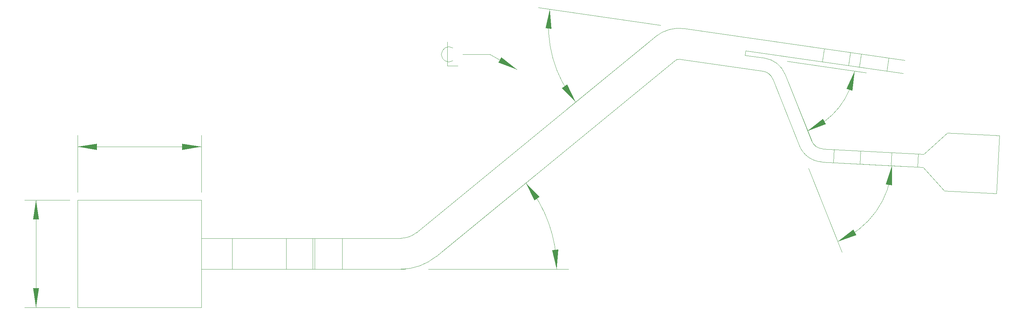
<source format=gbr>
*
G4_C Author: OrCAD GerbTool(tm) 8.1.1 Wed Jun 18 21:21:11 2003*
%LPD*%
%FSLAX34Y34*%
%MOIN*%
%AD*%
%ADD10R,0.050000X0.050000*%
%ADD11C,0.006000*%
%ADD12C,0.019000*%
%ADD13C,0.007900*%
%ADD14C,0.005000*%
%ADD15C,0.000800*%
%ADD16R,0.070000X0.025000*%
%ADD17R,0.068000X0.023000*%
%ADD18C,0.006000*%
%ADD19C,0.009800*%
%ADD20C,0.010000*%
%ADD21C,0.030000*%
%ADD22C,0.060000*%
%ADD23C,0.035000*%
%ADD24C,0.055000*%
%ADD25C,0.010000*%
%ADD26C,0.015000*%
%ADD27C,0.020000*%
%ADD28C,0.005920*%
%ADD29C,0.207760*%
%ADD30C,0.062980*%
%ADD55C,0.001000*%
G4_C OrCAD GerbTool Tool List *
G54D55*
G1X12598Y11731D2*
G1X12598Y17538D1*
G1X0Y11731D2*
G1X0Y17538D1*
G1X12598Y16357D2*
G1X6299Y16357D1*
G1X0Y16357D1*
G36*
G54D55*
G1X10630Y16042D2*
G1X12598Y16357D1*
G1X10630Y16672D1*
G1X10630Y16042D1*
G54D55*
G1X1968Y16672D2*
G1X0Y16357D1*
G1X1968Y16042D1*
G1X1968Y16672D1*
G37*
G1X-788Y10944D2*
G1X-5415Y10944D1*
G1X-788Y-1D2*
G1X-5415Y-1D1*
G1X-4234Y10944D2*
G1X-4234Y5471D1*
G1X-4234Y-1D1*
G36*
G54D55*
G1X-3919Y8975D2*
G1X-4234Y10944D1*
G1X-4549Y8975D1*
G1X-3919Y8975D1*
G54D55*
G1X-4549Y1967D2*
G1X-4234Y-1D1*
G1X-3919Y1967D1*
G1X-4549Y1967D1*
G37*
G1X35700Y3896D2*
G1X49949Y3896D1*
G1X37078Y5672D2*
G1X46541Y13429D1*
G1X48768Y3896D2*
G75*
G3X47959Y8561I-13855J0D1*
G3X45628Y12680I-13047J-4664D1*
G74*
G36*
G54D55*
G1X48768Y3896D2*
G1X48314Y5838D1*
G1X48942Y5882D1*
G1X48768Y3896D1*
G54D55*
G1X45628Y12680D2*
G1X47021Y11255D1*
G1X46507Y10891D1*
G1X45628Y12680D1*
G37*
G1X59330Y28738D2*
G1X46886Y30531D1*
G1X58200Y27060D2*
G1X49777Y20155D1*
G1X48055Y30363D2*
G75*
G3X48377Y25356I12055J-1737D1*
G3X50691Y20904I11733J3270D1*
G74*
G36*
G54D55*
G1X48055Y30363D2*
G1X48246Y28378D1*
G1X47618Y28418D1*
G1X48055Y30363D1*
G54D55*
G1X50691Y20904D2*
G1X49311Y22342D1*
G1X49828Y22701D1*
G1X50691Y20904D1*
G37*
G1X72294Y23018D2*
G1X74746Y16884D1*
G1X72216Y25051D2*
G1X80262Y23892D1*
G1X74308Y17980D2*
G75*
G3X77515Y20379I-2871J7183D1*
G3X79093Y24060I-6078J4785D1*
G74*
G36*
G54D55*
G1X74308Y17980D2*
G1X75875Y19212D1*
G1X76181Y18662D1*
G1X74308Y17980D1*
G54D55*
G1X79093Y24060D2*
G1X78871Y22079D1*
G1X78264Y22247D1*
G1X79093Y24060D1*
G37*
G1X74390Y14166D2*
G1X77807Y5616D1*
G1X77710Y14708D2*
G1X84079Y14373D1*
G1X77369Y6713D2*
G75*
G3X81264Y9765I-3271J8185D1*
G3X82900Y14435I-7166J5132D1*
G74*
G36*
G54D55*
G1X77369Y6713D2*
G1X78955Y7920D1*
G1X79253Y7365D1*
G1X77369Y6713D1*
G54D55*
G1X82900Y14435D2*
G1X82889Y12442D1*
G1X82268Y12545D1*
G1X82900Y14435D1*
G54D55*
G1X44693Y24223D2*
G1X42826Y24923D1*
G1X43138Y25471D1*
G1X44693Y24223D1*
G37*
G1X38164Y26429D2*
G1X37771Y26560D1*
G1X37377Y26429D1*
G1X37115Y26166D1*
G1X36983Y25773D1*
G1X37115Y25379D1*
G1X37377Y25116D1*
G1X37771Y24985D1*
G1X38164Y25116D1*
G1X37639Y27019D2*
G1X37639Y24592D1*
G1X38689Y24592D1*
G1X0Y10944D2*
G1X0Y-1D1*
G1X12598Y10944D2*
G1X12598Y7046D1*
G1X12598Y3896D1*
G1X12598Y-1D1*
G1X15730Y7046D2*
G1X15730Y3896D1*
G1X21241Y7046D2*
G1X21241Y3896D1*
G1X23940Y7046D2*
G1X23940Y3896D1*
G1X24117Y7046D2*
G1X24117Y3896D1*
G1X26939Y7046D2*
G1X26939Y3896D1*
G1X12598Y-1D2*
G1X0Y-1D1*
G1X44693Y24223D2*
G1X41970Y25773D1*
G1X32900Y7046D2*
G1X12598Y7046D1*
G1X12598Y10944D2*
G1X0Y10944D1*
G1X88219Y11869D2*
G1X93526Y11590D1*
G1X86058Y14269D2*
G1X75783Y14809D1*
G1X86129Y15606D2*
G1X75853Y16146D1*
G1X41970Y25773D2*
G1X39214Y25773D1*
G1X93836Y17488D2*
G1X88529Y17766D1*
G1X69738Y24056D2*
G1X61326Y25268D1*
G1X69929Y25381D2*
G1X67937Y25668D1*
G1X84015Y23828D2*
G1X68004Y26135D1*
G1X84206Y25153D2*
G1X61775Y28385D1*
G1X86058Y14269D2*
G1X88219Y11869D1*
G1X73472Y16464D2*
G1X70759Y23252D1*
G1X74715Y16961D2*
G1X72002Y23749D1*
G1X76994Y16086D2*
G1X76924Y14749D1*
G1X68004Y26135D2*
G1X67937Y25668D1*
G1X79689Y15944D2*
G1X79619Y14608D1*
G1X82877Y15777D2*
G1X82807Y14440D1*
G1X85572Y15635D2*
G1X85502Y14298D1*
G1X75989Y26337D2*
G1X75798Y25012D1*
G1X78660Y25952D2*
G1X78469Y24627D1*
G1X79770Y25792D2*
G1X79579Y24467D1*
G1X82564Y25390D2*
G1X82373Y24065D1*
G1X93526Y11590D2*
G1X93836Y17488D1*
G1X58809Y27559D2*
G1X34472Y7608D1*
G1X60806Y25123D2*
G1X36469Y5172D1*
G1X88529Y17766D2*
G1X86129Y15606D1*
G1X61775Y28385D2*
G75*
G3X58809Y27559I-545J-3780D1*
G74*
G1X32900Y7046D2*
G75*
G3X34472Y7608I0J2480D1*
G74*
G1X74715Y16961D2*
G75*
G3X75853Y16146I1206J482D1*
G74*
G1X72002Y23749D2*
G75*
G3X69929Y25381I-2449J-979D1*
G74*
G1X73472Y16464D2*
G75*
G3X75783Y14809I2449J979D1*
G74*
G1X70759Y23252D2*
G75*
G3X69738Y24056I-1206J-482D1*
G74*
G1X61326Y25268D2*
G75*
G3X60806Y25123I-95J-662D1*
G74*
G1X32900Y3896D2*
G75*
G3X36469Y5172I0J5630D1*
G74*
G1X33393Y3896D2*
G1X12598Y3896D1*
M2*

</source>
